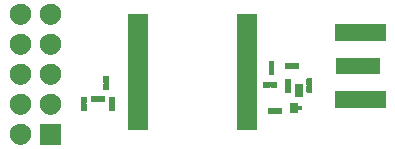
<source format=gbr>
G04 #@! TF.GenerationSoftware,KiCad,Pcbnew,(5.1.5)-3*
G04 #@! TF.CreationDate,2020-05-12T16:51:08+05:30*
G04 #@! TF.ProjectId,Teseo_Mod,54657365-6f5f-44d6-9f64-2e6b69636164,rev?*
G04 #@! TF.SameCoordinates,Original*
G04 #@! TF.FileFunction,Soldermask,Top*
G04 #@! TF.FilePolarity,Negative*
%FSLAX46Y46*%
G04 Gerber Fmt 4.6, Leading zero omitted, Abs format (unit mm)*
G04 Created by KiCad (PCBNEW (5.1.5)-3) date 2020-05-12 16:51:08*
%MOMM*%
%LPD*%
G04 APERTURE LIST*
%ADD10C,0.100000*%
G04 APERTURE END LIST*
D10*
G36*
X144501000Y-117181000D02*
G01*
X142699000Y-117181000D01*
X142699000Y-115379000D01*
X144501000Y-115379000D01*
X144501000Y-117181000D01*
G37*
G36*
X141173512Y-115383927D02*
G01*
X141322812Y-115413624D01*
X141486784Y-115481544D01*
X141634354Y-115580147D01*
X141759853Y-115705646D01*
X141858456Y-115853216D01*
X141926376Y-116017188D01*
X141961000Y-116191259D01*
X141961000Y-116368741D01*
X141926376Y-116542812D01*
X141858456Y-116706784D01*
X141759853Y-116854354D01*
X141634354Y-116979853D01*
X141486784Y-117078456D01*
X141322812Y-117146376D01*
X141173512Y-117176073D01*
X141148742Y-117181000D01*
X140971258Y-117181000D01*
X140946488Y-117176073D01*
X140797188Y-117146376D01*
X140633216Y-117078456D01*
X140485646Y-116979853D01*
X140360147Y-116854354D01*
X140261544Y-116706784D01*
X140193624Y-116542812D01*
X140159000Y-116368741D01*
X140159000Y-116191259D01*
X140193624Y-116017188D01*
X140261544Y-115853216D01*
X140360147Y-115705646D01*
X140485646Y-115580147D01*
X140633216Y-115481544D01*
X140797188Y-115413624D01*
X140946488Y-115383927D01*
X140971258Y-115379000D01*
X141148742Y-115379000D01*
X141173512Y-115383927D01*
G37*
G36*
X161051000Y-115901000D02*
G01*
X159349000Y-115901000D01*
X159349000Y-106099000D01*
X161051000Y-106099000D01*
X161051000Y-115901000D01*
G37*
G36*
X151851000Y-115901000D02*
G01*
X150149000Y-115901000D01*
X150149000Y-106099000D01*
X151851000Y-106099000D01*
X151851000Y-115901000D01*
G37*
G36*
X141173512Y-112843927D02*
G01*
X141322812Y-112873624D01*
X141486784Y-112941544D01*
X141634354Y-113040147D01*
X141759853Y-113165646D01*
X141858456Y-113313216D01*
X141926376Y-113477188D01*
X141951843Y-113605224D01*
X141958731Y-113639849D01*
X141961000Y-113651259D01*
X141961000Y-113828741D01*
X141926376Y-114002812D01*
X141858456Y-114166784D01*
X141759853Y-114314354D01*
X141634354Y-114439853D01*
X141486784Y-114538456D01*
X141322812Y-114606376D01*
X141173512Y-114636073D01*
X141148742Y-114641000D01*
X140971258Y-114641000D01*
X140946488Y-114636073D01*
X140797188Y-114606376D01*
X140633216Y-114538456D01*
X140485646Y-114439853D01*
X140360147Y-114314354D01*
X140261544Y-114166784D01*
X140193624Y-114002812D01*
X140159000Y-113828741D01*
X140159000Y-113651259D01*
X140161270Y-113639849D01*
X140168157Y-113605224D01*
X140193624Y-113477188D01*
X140261544Y-113313216D01*
X140360147Y-113165646D01*
X140485646Y-113040147D01*
X140633216Y-112941544D01*
X140797188Y-112873624D01*
X140946488Y-112843927D01*
X140971258Y-112839000D01*
X141148742Y-112839000D01*
X141173512Y-112843927D01*
G37*
G36*
X143713512Y-112843927D02*
G01*
X143862812Y-112873624D01*
X144026784Y-112941544D01*
X144174354Y-113040147D01*
X144299853Y-113165646D01*
X144398456Y-113313216D01*
X144466376Y-113477188D01*
X144491843Y-113605224D01*
X144498731Y-113639849D01*
X144501000Y-113651259D01*
X144501000Y-113828741D01*
X144466376Y-114002812D01*
X144398456Y-114166784D01*
X144299853Y-114314354D01*
X144174354Y-114439853D01*
X144026784Y-114538456D01*
X143862812Y-114606376D01*
X143713512Y-114636073D01*
X143688742Y-114641000D01*
X143511258Y-114641000D01*
X143486488Y-114636073D01*
X143337188Y-114606376D01*
X143173216Y-114538456D01*
X143025646Y-114439853D01*
X142900147Y-114314354D01*
X142801544Y-114166784D01*
X142733624Y-114002812D01*
X142699000Y-113828741D01*
X142699000Y-113651259D01*
X142701270Y-113639849D01*
X142708157Y-113605224D01*
X142733624Y-113477188D01*
X142801544Y-113313216D01*
X142900147Y-113165646D01*
X143025646Y-113040147D01*
X143173216Y-112941544D01*
X143337188Y-112873624D01*
X143486488Y-112843927D01*
X143511258Y-112839000D01*
X143688742Y-112839000D01*
X143713512Y-112843927D01*
G37*
G36*
X162510170Y-114050803D02*
G01*
X162521877Y-114054355D01*
X162541077Y-114064617D01*
X162563716Y-114073994D01*
X162587749Y-114078774D01*
X162612253Y-114078774D01*
X162636286Y-114073993D01*
X162658923Y-114064617D01*
X162678123Y-114054355D01*
X162689830Y-114050803D01*
X162708138Y-114049000D01*
X163131862Y-114049000D01*
X163150170Y-114050803D01*
X163161875Y-114054354D01*
X163172665Y-114060121D01*
X163182119Y-114067881D01*
X163189879Y-114077335D01*
X163195646Y-114088125D01*
X163199197Y-114099830D01*
X163201000Y-114118138D01*
X163201000Y-114481862D01*
X163199197Y-114500170D01*
X163195646Y-114511875D01*
X163189879Y-114522665D01*
X163182119Y-114532119D01*
X163172665Y-114539879D01*
X163161875Y-114545646D01*
X163150170Y-114549197D01*
X163131862Y-114551000D01*
X162708138Y-114551000D01*
X162689830Y-114549197D01*
X162678123Y-114545645D01*
X162658923Y-114535383D01*
X162636284Y-114526006D01*
X162612251Y-114521226D01*
X162587747Y-114521226D01*
X162563714Y-114526007D01*
X162541077Y-114535383D01*
X162521877Y-114545645D01*
X162510170Y-114549197D01*
X162491862Y-114551000D01*
X162068138Y-114551000D01*
X162049830Y-114549197D01*
X162038125Y-114545646D01*
X162027335Y-114539879D01*
X162017881Y-114532119D01*
X162010121Y-114522665D01*
X162004354Y-114511875D01*
X162000803Y-114500170D01*
X161999000Y-114481862D01*
X161999000Y-114118138D01*
X162000803Y-114099830D01*
X162004354Y-114088125D01*
X162010121Y-114077335D01*
X162017881Y-114067881D01*
X162027335Y-114060121D01*
X162038125Y-114054354D01*
X162049830Y-114050803D01*
X162068138Y-114049000D01*
X162491862Y-114049000D01*
X162510170Y-114050803D01*
G37*
G36*
X164526000Y-113749001D02*
G01*
X164528402Y-113773387D01*
X164535515Y-113796836D01*
X164547066Y-113818447D01*
X164562611Y-113837389D01*
X164581553Y-113852934D01*
X164603164Y-113864485D01*
X164626613Y-113871598D01*
X164650999Y-113874000D01*
X164911000Y-113874000D01*
X164911000Y-114226000D01*
X164650999Y-114226000D01*
X164626613Y-114228402D01*
X164603164Y-114235515D01*
X164581553Y-114247066D01*
X164562611Y-114262611D01*
X164547066Y-114281553D01*
X164535515Y-114303164D01*
X164528402Y-114326613D01*
X164526000Y-114350999D01*
X164526000Y-114476000D01*
X163859000Y-114476000D01*
X163859000Y-113624000D01*
X164526000Y-113624000D01*
X164526000Y-113749001D01*
G37*
G36*
X149000170Y-113100803D02*
G01*
X149011875Y-113104354D01*
X149022665Y-113110121D01*
X149032119Y-113117881D01*
X149039879Y-113127335D01*
X149045646Y-113138125D01*
X149049197Y-113149830D01*
X149051000Y-113168138D01*
X149051000Y-113591862D01*
X149049197Y-113610170D01*
X149045645Y-113621877D01*
X149035383Y-113641077D01*
X149026006Y-113663716D01*
X149021226Y-113687749D01*
X149021226Y-113712253D01*
X149026007Y-113736286D01*
X149035383Y-113758923D01*
X149045645Y-113778123D01*
X149049197Y-113789830D01*
X149051000Y-113808138D01*
X149051000Y-114231862D01*
X149049197Y-114250170D01*
X149045646Y-114261875D01*
X149039879Y-114272665D01*
X149032119Y-114282119D01*
X149022665Y-114289879D01*
X149011875Y-114295646D01*
X149000170Y-114299197D01*
X148981862Y-114301000D01*
X148618138Y-114301000D01*
X148599830Y-114299197D01*
X148588125Y-114295646D01*
X148577335Y-114289879D01*
X148567881Y-114282119D01*
X148560121Y-114272665D01*
X148554354Y-114261875D01*
X148550803Y-114250170D01*
X148549000Y-114231862D01*
X148549000Y-113808138D01*
X148550803Y-113789830D01*
X148554355Y-113778123D01*
X148564617Y-113758923D01*
X148573994Y-113736284D01*
X148578774Y-113712251D01*
X148578774Y-113687747D01*
X148573993Y-113663714D01*
X148564617Y-113641077D01*
X148554355Y-113621877D01*
X148550803Y-113610170D01*
X148549000Y-113591862D01*
X148549000Y-113168138D01*
X148550803Y-113149830D01*
X148554354Y-113138125D01*
X148560121Y-113127335D01*
X148567881Y-113117881D01*
X148577335Y-113110121D01*
X148588125Y-113104354D01*
X148599830Y-113100803D01*
X148618138Y-113099000D01*
X148981862Y-113099000D01*
X149000170Y-113100803D01*
G37*
G36*
X146600170Y-113100803D02*
G01*
X146611875Y-113104354D01*
X146622665Y-113110121D01*
X146632119Y-113117881D01*
X146639879Y-113127335D01*
X146645646Y-113138125D01*
X146649197Y-113149830D01*
X146651000Y-113168138D01*
X146651000Y-113591862D01*
X146649197Y-113610170D01*
X146645645Y-113621877D01*
X146635383Y-113641077D01*
X146626006Y-113663716D01*
X146621226Y-113687749D01*
X146621226Y-113712253D01*
X146626007Y-113736286D01*
X146635383Y-113758923D01*
X146645645Y-113778123D01*
X146649197Y-113789830D01*
X146651000Y-113808138D01*
X146651000Y-114231862D01*
X146649197Y-114250170D01*
X146645646Y-114261875D01*
X146639879Y-114272665D01*
X146632119Y-114282119D01*
X146622665Y-114289879D01*
X146611875Y-114295646D01*
X146600170Y-114299197D01*
X146581862Y-114301000D01*
X146218138Y-114301000D01*
X146199830Y-114299197D01*
X146188125Y-114295646D01*
X146177335Y-114289879D01*
X146167881Y-114282119D01*
X146160121Y-114272665D01*
X146154354Y-114261875D01*
X146150803Y-114250170D01*
X146149000Y-114231862D01*
X146149000Y-113808138D01*
X146150803Y-113789830D01*
X146154355Y-113778123D01*
X146164617Y-113758923D01*
X146173994Y-113736284D01*
X146178774Y-113712251D01*
X146178774Y-113687747D01*
X146173993Y-113663714D01*
X146164617Y-113641077D01*
X146154355Y-113621877D01*
X146150803Y-113610170D01*
X146149000Y-113591862D01*
X146149000Y-113168138D01*
X146150803Y-113149830D01*
X146154354Y-113138125D01*
X146160121Y-113127335D01*
X146167881Y-113117881D01*
X146177335Y-113110121D01*
X146188125Y-113104354D01*
X146199830Y-113100803D01*
X146218138Y-113099000D01*
X146581862Y-113099000D01*
X146600170Y-113100803D01*
G37*
G36*
X171951000Y-114051000D02*
G01*
X167649000Y-114051000D01*
X167649000Y-112599000D01*
X171951000Y-112599000D01*
X171951000Y-114051000D01*
G37*
G36*
X147510170Y-113050803D02*
G01*
X147521877Y-113054355D01*
X147541077Y-113064617D01*
X147563716Y-113073994D01*
X147587749Y-113078774D01*
X147612253Y-113078774D01*
X147636286Y-113073993D01*
X147658923Y-113064617D01*
X147678123Y-113054355D01*
X147689830Y-113050803D01*
X147708138Y-113049000D01*
X148131862Y-113049000D01*
X148150170Y-113050803D01*
X148161875Y-113054354D01*
X148172665Y-113060121D01*
X148182119Y-113067881D01*
X148189879Y-113077335D01*
X148195646Y-113088125D01*
X148199197Y-113099830D01*
X148201000Y-113118138D01*
X148201000Y-113481862D01*
X148199197Y-113500170D01*
X148195646Y-113511875D01*
X148189879Y-113522665D01*
X148182119Y-113532119D01*
X148172665Y-113539879D01*
X148161875Y-113545646D01*
X148150170Y-113549197D01*
X148131862Y-113551000D01*
X147708138Y-113551000D01*
X147689830Y-113549197D01*
X147678123Y-113545645D01*
X147658923Y-113535383D01*
X147636284Y-113526006D01*
X147612251Y-113521226D01*
X147587747Y-113521226D01*
X147563714Y-113526007D01*
X147541077Y-113535383D01*
X147521877Y-113545645D01*
X147510170Y-113549197D01*
X147491862Y-113551000D01*
X147068138Y-113551000D01*
X147049830Y-113549197D01*
X147038125Y-113545646D01*
X147027335Y-113539879D01*
X147017881Y-113532119D01*
X147010121Y-113522665D01*
X147004354Y-113511875D01*
X147000803Y-113500170D01*
X146999000Y-113481862D01*
X146999000Y-113118138D01*
X147000803Y-113099830D01*
X147004354Y-113088125D01*
X147010121Y-113077335D01*
X147017881Y-113067881D01*
X147027335Y-113060121D01*
X147038125Y-113054354D01*
X147049830Y-113050803D01*
X147068138Y-113049000D01*
X147491862Y-113049000D01*
X147510170Y-113050803D01*
G37*
G36*
X164951000Y-113151000D02*
G01*
X164249000Y-113151000D01*
X164249000Y-112049000D01*
X164951000Y-112049000D01*
X164951000Y-113151000D01*
G37*
G36*
X163900170Y-111600803D02*
G01*
X163911875Y-111604354D01*
X163922665Y-111610121D01*
X163932119Y-111617881D01*
X163939879Y-111627335D01*
X163945646Y-111638125D01*
X163949197Y-111649830D01*
X163951000Y-111668138D01*
X163951000Y-112091862D01*
X163949197Y-112110170D01*
X163945645Y-112121877D01*
X163935383Y-112141077D01*
X163926006Y-112163716D01*
X163921226Y-112187749D01*
X163921226Y-112212253D01*
X163926007Y-112236286D01*
X163935383Y-112258923D01*
X163945645Y-112278123D01*
X163949197Y-112289830D01*
X163951000Y-112308138D01*
X163951000Y-112731862D01*
X163949197Y-112750170D01*
X163945646Y-112761875D01*
X163939879Y-112772665D01*
X163932119Y-112782119D01*
X163922665Y-112789879D01*
X163911875Y-112795646D01*
X163900170Y-112799197D01*
X163881862Y-112801000D01*
X163518138Y-112801000D01*
X163499830Y-112799197D01*
X163488125Y-112795646D01*
X163477335Y-112789879D01*
X163467881Y-112782119D01*
X163460121Y-112772665D01*
X163454354Y-112761875D01*
X163450803Y-112750170D01*
X163449000Y-112731862D01*
X163449000Y-112308138D01*
X163450803Y-112289830D01*
X163454355Y-112278123D01*
X163464617Y-112258923D01*
X163473994Y-112236284D01*
X163478774Y-112212251D01*
X163478774Y-112187747D01*
X163473993Y-112163714D01*
X163464617Y-112141077D01*
X163454355Y-112121877D01*
X163450803Y-112110170D01*
X163449000Y-112091862D01*
X163449000Y-111668138D01*
X163450803Y-111649830D01*
X163454354Y-111638125D01*
X163460121Y-111627335D01*
X163467881Y-111617881D01*
X163477335Y-111610121D01*
X163488125Y-111604354D01*
X163499830Y-111600803D01*
X163518138Y-111599000D01*
X163881862Y-111599000D01*
X163900170Y-111600803D01*
G37*
G36*
X165700170Y-111555803D02*
G01*
X165711875Y-111559354D01*
X165722665Y-111565121D01*
X165732119Y-111572881D01*
X165739879Y-111582335D01*
X165745646Y-111593125D01*
X165749197Y-111604830D01*
X165751000Y-111623138D01*
X165751000Y-112046862D01*
X165749197Y-112065170D01*
X165745645Y-112076877D01*
X165735383Y-112096077D01*
X165726006Y-112118716D01*
X165721226Y-112142749D01*
X165721226Y-112167253D01*
X165726007Y-112191286D01*
X165735383Y-112213923D01*
X165745645Y-112233123D01*
X165749197Y-112244830D01*
X165751000Y-112263138D01*
X165751000Y-112686862D01*
X165749197Y-112705170D01*
X165745646Y-112716875D01*
X165739879Y-112727665D01*
X165732119Y-112737119D01*
X165722665Y-112744879D01*
X165711875Y-112750646D01*
X165700170Y-112754197D01*
X165681862Y-112756000D01*
X165318138Y-112756000D01*
X165299830Y-112754197D01*
X165288125Y-112750646D01*
X165277335Y-112744879D01*
X165267881Y-112737119D01*
X165260121Y-112727665D01*
X165254354Y-112716875D01*
X165250803Y-112705170D01*
X165249000Y-112686862D01*
X165249000Y-112263138D01*
X165250803Y-112244830D01*
X165254355Y-112233123D01*
X165264617Y-112213923D01*
X165273994Y-112191284D01*
X165278774Y-112167251D01*
X165278774Y-112142747D01*
X165273993Y-112118714D01*
X165264617Y-112096077D01*
X165254355Y-112076877D01*
X165250803Y-112065170D01*
X165249000Y-112046862D01*
X165249000Y-111623138D01*
X165250803Y-111604830D01*
X165254354Y-111593125D01*
X165260121Y-111582335D01*
X165267881Y-111572881D01*
X165277335Y-111565121D01*
X165288125Y-111559354D01*
X165299830Y-111555803D01*
X165318138Y-111554000D01*
X165681862Y-111554000D01*
X165700170Y-111555803D01*
G37*
G36*
X148500170Y-111355803D02*
G01*
X148511875Y-111359354D01*
X148522665Y-111365121D01*
X148532119Y-111372881D01*
X148539879Y-111382335D01*
X148545646Y-111393125D01*
X148549197Y-111404830D01*
X148551000Y-111423138D01*
X148551000Y-111846862D01*
X148549197Y-111865170D01*
X148545645Y-111876877D01*
X148535383Y-111896077D01*
X148526006Y-111918716D01*
X148521226Y-111942749D01*
X148521226Y-111967253D01*
X148526007Y-111991286D01*
X148535383Y-112013923D01*
X148545645Y-112033123D01*
X148549197Y-112044830D01*
X148551000Y-112063138D01*
X148551000Y-112486862D01*
X148549197Y-112505170D01*
X148545646Y-112516875D01*
X148539879Y-112527665D01*
X148532119Y-112537119D01*
X148522665Y-112544879D01*
X148511875Y-112550646D01*
X148500170Y-112554197D01*
X148481862Y-112556000D01*
X148118138Y-112556000D01*
X148099830Y-112554197D01*
X148088125Y-112550646D01*
X148077335Y-112544879D01*
X148067881Y-112537119D01*
X148060121Y-112527665D01*
X148054354Y-112516875D01*
X148050803Y-112505170D01*
X148049000Y-112486862D01*
X148049000Y-112063138D01*
X148050803Y-112044830D01*
X148054355Y-112033123D01*
X148064617Y-112013923D01*
X148073994Y-111991284D01*
X148078774Y-111967251D01*
X148078774Y-111942747D01*
X148073993Y-111918714D01*
X148064617Y-111896077D01*
X148054355Y-111876877D01*
X148050803Y-111865170D01*
X148049000Y-111846862D01*
X148049000Y-111423138D01*
X148050803Y-111404830D01*
X148054354Y-111393125D01*
X148060121Y-111382335D01*
X148067881Y-111372881D01*
X148077335Y-111365121D01*
X148088125Y-111359354D01*
X148099830Y-111355803D01*
X148118138Y-111354000D01*
X148481862Y-111354000D01*
X148500170Y-111355803D01*
G37*
G36*
X162110170Y-111850803D02*
G01*
X162121877Y-111854355D01*
X162141077Y-111864617D01*
X162163716Y-111873994D01*
X162187749Y-111878774D01*
X162212253Y-111878774D01*
X162236286Y-111873993D01*
X162258923Y-111864617D01*
X162278123Y-111854355D01*
X162289830Y-111850803D01*
X162308138Y-111849000D01*
X162731862Y-111849000D01*
X162750170Y-111850803D01*
X162761875Y-111854354D01*
X162772665Y-111860121D01*
X162782119Y-111867881D01*
X162789879Y-111877335D01*
X162795646Y-111888125D01*
X162799197Y-111899830D01*
X162801000Y-111918138D01*
X162801000Y-112281862D01*
X162799197Y-112300170D01*
X162795646Y-112311875D01*
X162789879Y-112322665D01*
X162782119Y-112332119D01*
X162772665Y-112339879D01*
X162761875Y-112345646D01*
X162750170Y-112349197D01*
X162731862Y-112351000D01*
X162308138Y-112351000D01*
X162289830Y-112349197D01*
X162278123Y-112345645D01*
X162258923Y-112335383D01*
X162236284Y-112326006D01*
X162212251Y-112321226D01*
X162187747Y-112321226D01*
X162163714Y-112326007D01*
X162141077Y-112335383D01*
X162121877Y-112345645D01*
X162110170Y-112349197D01*
X162091862Y-112351000D01*
X161668138Y-112351000D01*
X161649830Y-112349197D01*
X161638125Y-112345646D01*
X161627335Y-112339879D01*
X161617881Y-112332119D01*
X161610121Y-112322665D01*
X161604354Y-112311875D01*
X161600803Y-112300170D01*
X161599000Y-112281862D01*
X161599000Y-111918138D01*
X161600803Y-111899830D01*
X161604354Y-111888125D01*
X161610121Y-111877335D01*
X161617881Y-111867881D01*
X161627335Y-111860121D01*
X161638125Y-111854354D01*
X161649830Y-111850803D01*
X161668138Y-111849000D01*
X162091862Y-111849000D01*
X162110170Y-111850803D01*
G37*
G36*
X141173512Y-110303927D02*
G01*
X141322812Y-110333624D01*
X141486784Y-110401544D01*
X141634354Y-110500147D01*
X141759853Y-110625646D01*
X141858456Y-110773216D01*
X141926376Y-110937188D01*
X141961000Y-111111259D01*
X141961000Y-111288741D01*
X141926376Y-111462812D01*
X141858456Y-111626784D01*
X141759853Y-111774354D01*
X141634354Y-111899853D01*
X141486784Y-111998456D01*
X141322812Y-112066376D01*
X141179665Y-112094849D01*
X141148742Y-112101000D01*
X140971258Y-112101000D01*
X140940335Y-112094849D01*
X140797188Y-112066376D01*
X140633216Y-111998456D01*
X140485646Y-111899853D01*
X140360147Y-111774354D01*
X140261544Y-111626784D01*
X140193624Y-111462812D01*
X140159000Y-111288741D01*
X140159000Y-111111259D01*
X140193624Y-110937188D01*
X140261544Y-110773216D01*
X140360147Y-110625646D01*
X140485646Y-110500147D01*
X140633216Y-110401544D01*
X140797188Y-110333624D01*
X140946488Y-110303927D01*
X140971258Y-110299000D01*
X141148742Y-110299000D01*
X141173512Y-110303927D01*
G37*
G36*
X143713512Y-110303927D02*
G01*
X143862812Y-110333624D01*
X144026784Y-110401544D01*
X144174354Y-110500147D01*
X144299853Y-110625646D01*
X144398456Y-110773216D01*
X144466376Y-110937188D01*
X144501000Y-111111259D01*
X144501000Y-111288741D01*
X144466376Y-111462812D01*
X144398456Y-111626784D01*
X144299853Y-111774354D01*
X144174354Y-111899853D01*
X144026784Y-111998456D01*
X143862812Y-112066376D01*
X143719665Y-112094849D01*
X143688742Y-112101000D01*
X143511258Y-112101000D01*
X143480335Y-112094849D01*
X143337188Y-112066376D01*
X143173216Y-111998456D01*
X143025646Y-111899853D01*
X142900147Y-111774354D01*
X142801544Y-111626784D01*
X142733624Y-111462812D01*
X142699000Y-111288741D01*
X142699000Y-111111259D01*
X142733624Y-110937188D01*
X142801544Y-110773216D01*
X142900147Y-110625646D01*
X143025646Y-110500147D01*
X143173216Y-110401544D01*
X143337188Y-110333624D01*
X143486488Y-110303927D01*
X143511258Y-110299000D01*
X143688742Y-110299000D01*
X143713512Y-110303927D01*
G37*
G36*
X162500170Y-110080803D02*
G01*
X162511875Y-110084354D01*
X162522665Y-110090121D01*
X162532119Y-110097881D01*
X162539879Y-110107335D01*
X162545646Y-110118125D01*
X162549197Y-110129830D01*
X162551000Y-110148138D01*
X162551000Y-110571862D01*
X162549197Y-110590170D01*
X162545645Y-110601877D01*
X162535383Y-110621077D01*
X162526006Y-110643716D01*
X162521226Y-110667749D01*
X162521226Y-110692253D01*
X162526007Y-110716286D01*
X162535383Y-110738923D01*
X162545645Y-110758123D01*
X162549197Y-110769830D01*
X162551000Y-110788138D01*
X162551000Y-111211862D01*
X162549197Y-111230170D01*
X162545646Y-111241875D01*
X162539879Y-111252665D01*
X162532119Y-111262119D01*
X162522665Y-111269879D01*
X162511875Y-111275646D01*
X162500170Y-111279197D01*
X162481862Y-111281000D01*
X162118138Y-111281000D01*
X162099830Y-111279197D01*
X162088125Y-111275646D01*
X162077335Y-111269879D01*
X162067881Y-111262119D01*
X162060121Y-111252665D01*
X162054354Y-111241875D01*
X162050803Y-111230170D01*
X162049000Y-111211862D01*
X162049000Y-110788138D01*
X162050803Y-110769830D01*
X162054355Y-110758123D01*
X162064617Y-110738923D01*
X162073994Y-110716284D01*
X162078774Y-110692251D01*
X162078774Y-110667747D01*
X162073993Y-110643714D01*
X162064617Y-110621077D01*
X162054355Y-110601877D01*
X162050803Y-110590170D01*
X162049000Y-110571862D01*
X162049000Y-110148138D01*
X162050803Y-110129830D01*
X162054354Y-110118125D01*
X162060121Y-110107335D01*
X162067881Y-110097881D01*
X162077335Y-110090121D01*
X162088125Y-110084354D01*
X162099830Y-110080803D01*
X162118138Y-110079000D01*
X162481862Y-110079000D01*
X162500170Y-110080803D01*
G37*
G36*
X171451000Y-111186000D02*
G01*
X167749000Y-111186000D01*
X167749000Y-109814000D01*
X171451000Y-109814000D01*
X171451000Y-111186000D01*
G37*
G36*
X163910170Y-110250803D02*
G01*
X163921877Y-110254355D01*
X163941077Y-110264617D01*
X163963716Y-110273994D01*
X163987749Y-110278774D01*
X164012253Y-110278774D01*
X164036286Y-110273993D01*
X164058923Y-110264617D01*
X164078123Y-110254355D01*
X164089830Y-110250803D01*
X164108138Y-110249000D01*
X164531862Y-110249000D01*
X164550170Y-110250803D01*
X164561875Y-110254354D01*
X164572665Y-110260121D01*
X164582119Y-110267881D01*
X164589879Y-110277335D01*
X164595646Y-110288125D01*
X164599197Y-110299830D01*
X164601000Y-110318138D01*
X164601000Y-110681862D01*
X164599197Y-110700170D01*
X164595646Y-110711875D01*
X164589879Y-110722665D01*
X164582119Y-110732119D01*
X164572665Y-110739879D01*
X164561875Y-110745646D01*
X164550170Y-110749197D01*
X164531862Y-110751000D01*
X164108138Y-110751000D01*
X164089830Y-110749197D01*
X164078123Y-110745645D01*
X164058923Y-110735383D01*
X164036284Y-110726006D01*
X164012251Y-110721226D01*
X163987747Y-110721226D01*
X163963714Y-110726007D01*
X163941077Y-110735383D01*
X163921877Y-110745645D01*
X163910170Y-110749197D01*
X163891862Y-110751000D01*
X163468138Y-110751000D01*
X163449830Y-110749197D01*
X163438125Y-110745646D01*
X163427335Y-110739879D01*
X163417881Y-110732119D01*
X163410121Y-110722665D01*
X163404354Y-110711875D01*
X163400803Y-110700170D01*
X163399000Y-110681862D01*
X163399000Y-110318138D01*
X163400803Y-110299830D01*
X163404354Y-110288125D01*
X163410121Y-110277335D01*
X163417881Y-110267881D01*
X163427335Y-110260121D01*
X163438125Y-110254354D01*
X163449830Y-110250803D01*
X163468138Y-110249000D01*
X163891862Y-110249000D01*
X163910170Y-110250803D01*
G37*
G36*
X141173512Y-107763927D02*
G01*
X141322812Y-107793624D01*
X141486784Y-107861544D01*
X141634354Y-107960147D01*
X141759853Y-108085646D01*
X141858456Y-108233216D01*
X141926376Y-108397188D01*
X141961000Y-108571259D01*
X141961000Y-108748741D01*
X141926376Y-108922812D01*
X141858456Y-109086784D01*
X141759853Y-109234354D01*
X141634354Y-109359853D01*
X141486784Y-109458456D01*
X141322812Y-109526376D01*
X141173512Y-109556073D01*
X141148742Y-109561000D01*
X140971258Y-109561000D01*
X140946488Y-109556073D01*
X140797188Y-109526376D01*
X140633216Y-109458456D01*
X140485646Y-109359853D01*
X140360147Y-109234354D01*
X140261544Y-109086784D01*
X140193624Y-108922812D01*
X140159000Y-108748741D01*
X140159000Y-108571259D01*
X140193624Y-108397188D01*
X140261544Y-108233216D01*
X140360147Y-108085646D01*
X140485646Y-107960147D01*
X140633216Y-107861544D01*
X140797188Y-107793624D01*
X140946488Y-107763927D01*
X140971258Y-107759000D01*
X141148742Y-107759000D01*
X141173512Y-107763927D01*
G37*
G36*
X143713512Y-107763927D02*
G01*
X143862812Y-107793624D01*
X144026784Y-107861544D01*
X144174354Y-107960147D01*
X144299853Y-108085646D01*
X144398456Y-108233216D01*
X144466376Y-108397188D01*
X144501000Y-108571259D01*
X144501000Y-108748741D01*
X144466376Y-108922812D01*
X144398456Y-109086784D01*
X144299853Y-109234354D01*
X144174354Y-109359853D01*
X144026784Y-109458456D01*
X143862812Y-109526376D01*
X143713512Y-109556073D01*
X143688742Y-109561000D01*
X143511258Y-109561000D01*
X143486488Y-109556073D01*
X143337188Y-109526376D01*
X143173216Y-109458456D01*
X143025646Y-109359853D01*
X142900147Y-109234354D01*
X142801544Y-109086784D01*
X142733624Y-108922812D01*
X142699000Y-108748741D01*
X142699000Y-108571259D01*
X142733624Y-108397188D01*
X142801544Y-108233216D01*
X142900147Y-108085646D01*
X143025646Y-107960147D01*
X143173216Y-107861544D01*
X143337188Y-107793624D01*
X143486488Y-107763927D01*
X143511258Y-107759000D01*
X143688742Y-107759000D01*
X143713512Y-107763927D01*
G37*
G36*
X171951000Y-108401000D02*
G01*
X167649000Y-108401000D01*
X167649000Y-106949000D01*
X171951000Y-106949000D01*
X171951000Y-108401000D01*
G37*
G36*
X143713512Y-105223927D02*
G01*
X143862812Y-105253624D01*
X144026784Y-105321544D01*
X144174354Y-105420147D01*
X144299853Y-105545646D01*
X144398456Y-105693216D01*
X144466376Y-105857188D01*
X144501000Y-106031259D01*
X144501000Y-106208741D01*
X144466376Y-106382812D01*
X144398456Y-106546784D01*
X144299853Y-106694354D01*
X144174354Y-106819853D01*
X144026784Y-106918456D01*
X143862812Y-106986376D01*
X143713512Y-107016073D01*
X143688742Y-107021000D01*
X143511258Y-107021000D01*
X143486488Y-107016073D01*
X143337188Y-106986376D01*
X143173216Y-106918456D01*
X143025646Y-106819853D01*
X142900147Y-106694354D01*
X142801544Y-106546784D01*
X142733624Y-106382812D01*
X142699000Y-106208741D01*
X142699000Y-106031259D01*
X142733624Y-105857188D01*
X142801544Y-105693216D01*
X142900147Y-105545646D01*
X143025646Y-105420147D01*
X143173216Y-105321544D01*
X143337188Y-105253624D01*
X143486488Y-105223927D01*
X143511258Y-105219000D01*
X143688742Y-105219000D01*
X143713512Y-105223927D01*
G37*
G36*
X141173512Y-105223927D02*
G01*
X141322812Y-105253624D01*
X141486784Y-105321544D01*
X141634354Y-105420147D01*
X141759853Y-105545646D01*
X141858456Y-105693216D01*
X141926376Y-105857188D01*
X141961000Y-106031259D01*
X141961000Y-106208741D01*
X141926376Y-106382812D01*
X141858456Y-106546784D01*
X141759853Y-106694354D01*
X141634354Y-106819853D01*
X141486784Y-106918456D01*
X141322812Y-106986376D01*
X141173512Y-107016073D01*
X141148742Y-107021000D01*
X140971258Y-107021000D01*
X140946488Y-107016073D01*
X140797188Y-106986376D01*
X140633216Y-106918456D01*
X140485646Y-106819853D01*
X140360147Y-106694354D01*
X140261544Y-106546784D01*
X140193624Y-106382812D01*
X140159000Y-106208741D01*
X140159000Y-106031259D01*
X140193624Y-105857188D01*
X140261544Y-105693216D01*
X140360147Y-105545646D01*
X140485646Y-105420147D01*
X140633216Y-105321544D01*
X140797188Y-105253624D01*
X140946488Y-105223927D01*
X140971258Y-105219000D01*
X141148742Y-105219000D01*
X141173512Y-105223927D01*
G37*
M02*

</source>
